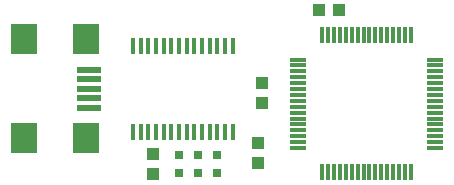
<source format=gtp>
G75*
G70*
%OFA0B0*%
%FSLAX24Y24*%
%IPPOS*%
%LPD*%
%AMOC8*
5,1,8,0,0,1.08239X$1,22.5*
%
%ADD10R,0.0433X0.0394*%
%ADD11R,0.0315X0.0315*%
%ADD12R,0.0137X0.0550*%
%ADD13R,0.0394X0.0433*%
%ADD14R,0.0118X0.0551*%
%ADD15R,0.0551X0.0118*%
%ADD16R,0.0866X0.0984*%
%ADD17R,0.0787X0.0197*%
D10*
X005631Y001222D03*
X005631Y001891D03*
X009131Y001597D03*
X009131Y002266D03*
X011171Y006681D03*
X011841Y006681D03*
D11*
X007756Y001852D03*
X007131Y001852D03*
X006506Y001852D03*
X006506Y001261D03*
X007131Y001261D03*
X007756Y001261D03*
D12*
X007783Y002617D03*
X008039Y002617D03*
X008294Y002617D03*
X007527Y002617D03*
X007271Y002617D03*
X007015Y002617D03*
X006759Y002617D03*
X006503Y002617D03*
X006247Y002617D03*
X005991Y002617D03*
X005735Y002617D03*
X005479Y002617D03*
X005224Y002617D03*
X004968Y002617D03*
X004968Y005496D03*
X005224Y005496D03*
X005479Y005496D03*
X005735Y005496D03*
X005991Y005496D03*
X006247Y005496D03*
X006503Y005496D03*
X006759Y005496D03*
X007015Y005496D03*
X007271Y005496D03*
X007527Y005496D03*
X007783Y005496D03*
X008039Y005496D03*
X008294Y005496D03*
D13*
X009256Y004266D03*
X009256Y003597D03*
D14*
X011280Y005840D03*
X011476Y005840D03*
X011673Y005840D03*
X011870Y005840D03*
X012067Y005840D03*
X012264Y005840D03*
X012461Y005840D03*
X012658Y005840D03*
X012854Y005840D03*
X013051Y005840D03*
X013248Y005840D03*
X013445Y005840D03*
X013642Y005840D03*
X013839Y005840D03*
X014036Y005840D03*
X014232Y005840D03*
X014232Y001273D03*
X014036Y001273D03*
X013839Y001273D03*
X013642Y001273D03*
X013445Y001273D03*
X013248Y001273D03*
X013051Y001273D03*
X012854Y001273D03*
X012658Y001273D03*
X012461Y001273D03*
X012264Y001273D03*
X012067Y001273D03*
X011870Y001273D03*
X011673Y001273D03*
X011476Y001273D03*
X011280Y001273D03*
D15*
X010473Y002080D03*
X010473Y002277D03*
X010473Y002474D03*
X010473Y002671D03*
X010473Y002867D03*
X010473Y003064D03*
X010473Y003261D03*
X010473Y003458D03*
X010473Y003655D03*
X010473Y003852D03*
X010473Y004049D03*
X010473Y004245D03*
X010473Y004442D03*
X010473Y004639D03*
X010473Y004836D03*
X010473Y005033D03*
X015039Y005033D03*
X015039Y004836D03*
X015039Y004639D03*
X015039Y004442D03*
X015039Y004245D03*
X015039Y004049D03*
X015039Y003852D03*
X015039Y003655D03*
X015039Y003458D03*
X015039Y003261D03*
X015039Y003064D03*
X015039Y002867D03*
X015039Y002671D03*
X015039Y002474D03*
X015039Y002277D03*
X015039Y002080D03*
D16*
X001332Y002403D03*
X003418Y002403D03*
X003418Y005710D03*
X001332Y005710D03*
D17*
X003517Y004686D03*
X003517Y004371D03*
X003517Y004056D03*
X003517Y003741D03*
X003517Y003426D03*
M02*

</source>
